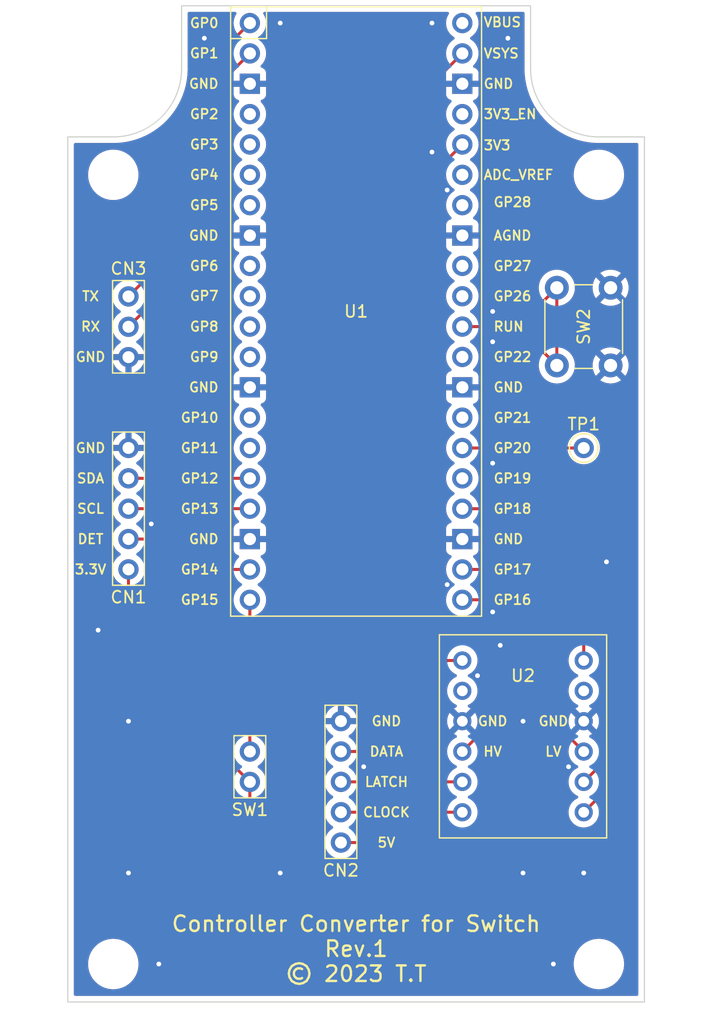
<source format=kicad_pcb>
(kicad_pcb (version 20211014) (generator pcbnew)
  (layers (0 "F.Cu" signal) (31 "B.Cu" signal) (34 "B.Paste" user) (35 "F.Paste" user) (36 "B.SilkS" user "B.Silkscreen") (37 "F.SilkS" user "F.Silkscreen") (38 "B.Mask" user) (39 "F.Mask" user) (44 "Edge.Cuts" user))
  (net 0 "")
  (net 1 "+3.3V")
  (net 2 "/I2C0_SCL")
  (net 3 "/I2C0_SDA")
  (net 4 "GND")
  (net 5 "+5V")
  (net 6 "/SNES_CLOCK")
  (net 7 "/SNES_LATCH")
  (net 8 "/SNES_DATA")
  (net 9 "/GP14")
  (net 10 "/GP15")
  (net 11 "Net-(CN3-Pad1)")
  (net 12 "Net-(CN3-Pad2)")
  (net 23 "/SPI0_RX")
  (net 24 "/SPI0_CSn")
  (net 25 "/SPI0_SCK")
  (net 27 "Net-(TP1-Pad1)")
  (net 30 "Net-(SW2-Pad1)")
  (footprint "Button_Switch_THT:SW_PUSH_6mm" (layer "F.Cu") (at 152.69 69.29 90)
    (fp_text reference "SW2" (at 3.25 2.25 90) (layer "F.SilkS"))
    (fp_text value "SW_Push")
    (fp_line (start 6.75 3) (end 6.75 1.5) (layer "F.SilkS") (width 0.12))
    (fp_line (start 1 5.5) (end 5.5 5.5) (layer "F.SilkS") (width 0.12))
    (fp_line (start 5.5 -1) (end 1 -1) (layer "F.SilkS") (width 0.12))
    (fp_line (start -0.25 1.5) (end -0.25 3) (layer "F.SilkS") (width 0.12))
    (pad "1" thru_hole circle (at 0 0 180) (size 2 2) (drill 1.1) (layers *.Cu *.Mask) (net 30 "Net-(SW2-Pad1)"))
    (pad "1" thru_hole circle (at 6.5 0 180) (size 2 2) (drill 1.1) (layers *.Cu *.Mask) (net 30 "Net-(SW2-Pad1)"))
    (pad "2" thru_hole circle (at 6.5 4.5 180) (size 2 2) (drill 1.1) (layers *.Cu *.Mask) (net 4 "GND"))
    (pad "2" thru_hole circle (at 0 4.5 180) (size 2 2) (drill 1.1) (layers *.Cu *.Mask) (net 4 "GND"))
  )
  (footprint "Library:PinHeader_1x05_P2.54mm_Vertical" (layer "F.Cu") (at 134.62 109.215 180)
    (fp_text reference "CN2" (at 0 -2.33 180) (layer "F.SilkS"))
    (fp_text value "Conn_01x05")
    (fp_line (start -1.33 11.49) (end 1.33 11.49) (layer "F.SilkS") (width 0.12))
    (fp_line (start 1.33 -1.33) (end 1.33 11.49) (layer "F.SilkS") (width 0.12))
    (fp_line (start -1.33 -1.33) (end 1.33 -1.33) (layer "F.SilkS") (width 0.12))
    (fp_line (start -1.33 -1.33) (end -1.33 11.49) (layer "F.SilkS") (width 0.12))
    (pad "1" thru_hole oval (at 0 0 180) (size 1.7 1.7) (drill 1) (layers *.Cu *.Mask) (net 5 "+5V"))
    (pad "2" thru_hole oval (at 0 2.54 180) (size 1.7 1.7) (drill 1) (layers *.Cu *.Mask) (net 6 "/SNES_CLOCK"))
    (pad "3" thru_hole oval (at 0 5.08 180) (size 1.7 1.7) (drill 1) (layers *.Cu *.Mask) (net 7 "/SNES_LATCH"))
    (pad "4" thru_hole oval (at 0 7.62 180) (size 1.7 1.7) (drill 1) (layers *.Cu *.Mask) (net 8 "/SNES_DATA"))
    (pad "5" thru_hole oval (at 0 10.16 180) (size 1.7 1.7) (drill 1) (layers *.Cu *.Mask) (net 4 "GND"))
  )
  (footprint "Library:TestPoint_THTPad_D1.7mm_Drill1.0mm" (layer "F.Cu") (at 154.94 76.2)
    (fp_text reference "TP1" (at 0 -1.998) (layer "F.SilkS"))
    (fp_text value "TestPoint")
    (fp_circle (center 0 0) (end 0 1.2) (layer "F.SilkS") (width 0.12) (fill none))
    (pad "1" thru_hole circle (at 0 0) (size 1.7 1.7) (drill 1) (layers *.Cu *.Mask) (net 27 "Net-(TP1-Pad1)"))
  )
  (footprint "MountingHole:MountingHole_3.2mm_M3" (layer "F.Cu") (at 156.21 53.34)
    (fp_text reference "REF**" hide)
    (fp_text value "MountingHole_3.2mm_M3")
    (pad "" np_thru_hole circle (at 0 0) (size 3.2 3.2) (drill 3.2) (layers F&B.Cu *.Mask))
  )
  (footprint "Library:PinHeader_1x05_P2.54mm_Vertical" (layer "F.Cu") (at 116.84 86.355 180)
    (fp_text reference "CN1" (at 0 -2.33 180) (layer "F.SilkS"))
    (fp_text value "Conn_01x05")
    (fp_line (start -1.33 -1.33) (end -1.33 11.49) (layer "F.SilkS") (width 0.12))
    (fp_line (start -1.33 11.49) (end 1.33 11.49) (layer "F.SilkS") (width 0.12))
    (fp_line (start 1.33 -1.33) (end 1.33 11.49) (layer "F.SilkS") (width 0.12))
    (fp_line (start -1.33 -1.33) (end 1.33 -1.33) (layer "F.SilkS") (width 0.12))
    (pad "1" thru_hole oval (at 0 0 180) (size 1.7 1.7) (drill 1) (layers *.Cu *.Mask) (net 1 "+3.3V"))
    (pad "2" thru_hole oval (at 0 2.54 180) (size 1.7 1.7) (drill 1) (layers *.Cu *.Mask) (net 9 "/GP14"))
    (pad "3" thru_hole oval (at 0 5.08 180) (size 1.7 1.7) (drill 1) (layers *.Cu *.Mask) (net 2 "/I2C0_SCL"))
    (pad "4" thru_hole oval (at 0 7.62 180) (size 1.7 1.7) (drill 1) (layers *.Cu *.Mask) (net 3 "/I2C0_SDA"))
    (pad "5" thru_hole oval (at 0 10.16 180) (size 1.7 1.7) (drill 1) (layers *.Cu *.Mask) (net 4 "GND"))
  )
  (footprint "Library:RPi_Pico_SMD_TH" (layer "F.Cu") (at 135.89 64.77)
    (fp_text reference "U1" (at 0 0) (layer "F.SilkS"))
    (fp_text value "Raspberry Pi Pico")
    (fp_text user "GP15" (at -11.43 24.13) (layer "F.SilkS") (effects (font (size 0.8 0.8)) (justify right)))
    (fp_text user "GP0" (at -11.43 -24.13) (layer "F.SilkS") (effects (font (size 0.8 0.8)) (justify right)))
    (fp_text user "GND" (at -11.43 19.05) (layer "F.SilkS") (effects (font (size 0.8 0.8)) (justify right)))
    (fp_text user "GP1" (at -11.43 -21.6) (layer "F.SilkS") (effects (font (size 0.8 0.8)) (justify right)))
    (fp_text user "GP6" (at -11.43 -3.81) (layer "F.SilkS") (effects (font (size 0.8 0.8)) (justify right)))
    (fp_text user "GP3" (at -11.43 -13.97) (layer "F.SilkS") (effects (font (size 0.8 0.8)) (justify right)))
    (fp_text user "AGND" (at 11.43 -6.35) (layer "F.SilkS") (effects (font (size 0.8 0.8)) (justify left)))
    (fp_text user "GP9" (at -11.43 3.81) (layer "F.SilkS") (effects (font (size 0.8 0.8)) (justify right)))
    (fp_text user "GP11" (at -11.43 11.43) (layer "F.SilkS") (effects (font (size 0.8 0.8)) (justify right)))
    (fp_text user "GND" (at -11.43 6.35) (layer "F.SilkS") (effects (font (size 0.8 0.8)) (justify right)))
    (fp_text user "GP19" (at 11.43 13.97) (layer "F.SilkS") (effects (font (size 0.8 0.8)) (justify left)))
    (fp_text user "GP16" (at 11.43 24.13) (layer "F.SilkS") (effects (font (size 0.8 0.8)) (justify left)))
    (fp_text user "GND" (at -11.43 -19.05) (layer "F.SilkS") (effects (font (size 0.8 0.8)) (justify right)))
    (fp_text user "GP28" (at 11.43 -9.144) (layer "F.SilkS") (effects (font (size 0.8 0.8)) (justify left)))
    (fp_text user "GP27" (at 11.43 -3.8) (layer "F.SilkS") (effects (font (size 0.8 0.8)) (justify left)))
    (fp_text user "GP21" (at 11.43 8.9) (layer "F.SilkS") (effects (font (size 0.8 0.8)) (justify left)))
    (fp_text user "GP20" (at 11.43 11.43) (layer "F.SilkS") (effects (font (size 0.8 0.8)) (justify left)))
    (fp_text user "GP2" (at -11.43 -16.51) (layer "F.SilkS") (effects (font (size 0.8 0.8)) (justify right)))
    (fp_text user "GP8" (at -11.43 1.27) (layer "F.SilkS") (effects (font (size 0.8 0.8)) (justify right)))
    (fp_text user "GP17" (at 11.43 21.59) (layer "F.SilkS") (effects (font (size 0.8 0.8)) (justify left)))
    (fp_text user "ADC_VREF" (at 10.6 -11.43) (layer "F.SilkS") (effects (font (size 0.8 0.8)) (justify left)))
    (fp_text user "GP5" (at -11.43 -8.89) (layer "F.SilkS") (effects (font (size 0.8 0.8)) (justify right)))
    (fp_text user "VSYS" (at 10.6 -21.59) (layer "F.SilkS") (effects (font (size 0.8 0.8)) (justify left)))
    (fp_text user "GP13" (at -11.43 16.51) (layer "F.SilkS") (effects (font (size 0.8 0.8)) (justify right)))
    (fp_text user "GND" (at -11.43 -6.35) (layer "F.SilkS") (effects (font (size 0.8 0.8)) (justify right)))
    (fp_text user "GP18" (at 11.43 16.51) (layer "F.SilkS") (effects (font (size 0.8 0.8)) (justify left)))
    (fp_text user "GND" (at 11.43 6.35) (layer "F.SilkS") (effects (font (size 0.8 0.8)) (justify left)))
    (fp_text user "RUN" (at 11.43 1.27) (layer "F.SilkS") (effects (font (size 0.8 0.8)) (justify left)))
    (fp_text user "GND" (at 11.43 19.05) (layer "F.SilkS") (effects (font (size 0.8 0.8)) (justify left)))
    (fp_text user "GP10" (at -11.43 8.89) (layer "F.SilkS") (effects (font (size 0.8 0.8)) (justify right)))
    (fp_text user "3V3_EN" (at 10.6 -16.51) (layer "F.SilkS") (effects (font (size 0.8 0.8)) (justify left)))
    (fp_text user "3V3" (at 10.6 -13.9) (layer "F.SilkS") (effects (font (size 0.8 0.8)) (justify left)))
    (fp_text user "GND" (at 10.6 -19.05) (layer "F.SilkS") (effects (font (size 0.8 0.8)) (justify left)))
    (fp_text user "GP4" (at -11.43 -11.43) (layer "F.SilkS") (effects (font (size 0.8 0.8)) (justify right)))
    (fp_text user "VBUS" (at 10.6 -24.2) (layer "F.SilkS") (effects (font (size 0.8 0.8)) (justify left)))
    (fp_text user "GP7" (at -11.43 -1.3) (layer "F.SilkS") (effects (font (size 0.8 0.8)) (justify right)))
    (fp_text user "GP12" (at -11.43 13.97) (layer "F.SilkS") (effects (font (size 0.8 0.8)) (justify right)))
    (fp_text user "GP14" (at -11.43 21.59) (layer "F.SilkS") (effects (font (size 0.8 0.8)) (justify right)))
    (fp_text user "GP26" (at 11.43 -1.27) (layer "F.SilkS") (effects (font (size 0.8 0.8)) (justify left)))
    (fp_text user "GP22" (at 11.43 3.81) (layer "F.SilkS") (effects (font (size 0.8 0.8)) (justify left)))
    (fp_line (start 10.5 -25.5) (end 10.5 25.5) (layer "F.SilkS") (width 0.12))
    (fp_line (start -10.5 -25.5) (end -10.5 25.5) (layer "F.SilkS") (width 0.12))
    (fp_line (start 10.5 25.5) (end -10.5 25.5) (layer "F.SilkS") (width 0.12))
    (fp_line (start -7.493 -22.833) (end -7.493 -25.5) (layer "F.SilkS") (width 0.12))
    (fp_line (start -10.5 -25.5) (end 10.5 -25.5) (layer "F.SilkS") (width 0.12))
    (fp_line (start -10.5 -22.833) (end -7.493 -22.833) (layer "F.SilkS") (width 0.12))
    (pad "1" thru_hole oval (at -8.89 -24.13) (size 1.7 1.7) (drill 1.02) (layers *.Cu *.Mask) (net 11 "Net-(CN3-Pad1)"))
    (pad "2" thru_hole oval (at -8.89 -21.59) (size 1.7 1.7) (drill 1.02) (layers *.Cu *.Mask) (net 12 "Net-(CN3-Pad2)"))
    (pad "3" thru_hole rect (at -8.89 -19.05) (size 1.7 1.7) (drill 1.02) (layers *.Cu *.Mask) (net 4 "GND"))
    (pad "4" thru_hole oval (at -8.89 -16.51) (size 1.7 1.7) (drill 1.02) (layers *.Cu *.Mask))
    (pad "5" thru_hole oval (at -8.89 -13.97) (size 1.7 1.7) (drill 1.02) (layers *.Cu *.Mask))
    (pad "6" thru_hole oval (at -8.89 -11.43) (size 1.7 1.7) (drill 1.02) (layers *.Cu *.Mask))
    (pad "7" thru_hole oval (at -8.89 -8.89) (size 1.7 1.7) (drill 1.02) (layers *.Cu *.Mask))
    (pad "8" thru_hole rect (at -8.89 -6.35) (size 1.7 1.7) (drill 1.02) (layers *.Cu *.Mask) (net 4 "GND"))
    (pad "9" thru_hole oval (at -8.89 -3.81) (size 1.7 1.7) (drill 1.02) (layers *.Cu *.Mask))
    (pad "10" thru_hole oval (at -8.89 -1.27) (size 1.7 1.7) (drill 1.02) (layers *.Cu *.Mask))
    (pad "11" thru_hole oval (at -8.89 1.27) (size 1.7 1.7) (drill 1.02) (layers *.Cu *.Mask))
    (pad "12" thru_hole oval (at -8.89 3.81) (size 1.7 1.7) (drill 1.02) (layers *.Cu *.Mask))
    (pad "13" thru_hole rect (at -8.89 6.35) (size 1.7 1.7) (drill 1.02) (layers *.Cu *.Mask) (net 4 "GND"))
    (pad "14" thru_hole oval (at -8.89 8.89) (size 1.7 1.7) (drill 1.02) (layers *.Cu *.Mask))
    (pad "15" thru_hole oval (at -8.89 11.43) (size 1.7 1.7) (drill 1.02) (layers *.Cu *.Mask))
    (pad "16" thru_hole oval (at -8.89 13.97) (size 1.7 1.7) (drill 1.02) (layers *.Cu *.Mask) (net 3 "/I2C0_SDA"))
    (pad "17" thru_hole oval (at -8.89 16.51) (size 1.7 1.7) (drill 1.02) (layers *.Cu *.Mask) (net 2 "/I2C0_SCL"))
    (pad "18" thru_hole rect (at -8.89 19.05) (size 1.7 1.7) (drill 1.02) (layers *.Cu *.Mask) (net 4 "GND"))
    (pad "19" thru_hole oval (at -8.89 21.59) (size 1.7 1.7) (drill 1.02) (layers *.Cu *.Mask) (net 9 "/GP14"))
    (pad "20" thru_hole oval (at -8.89 24.13) (size 1.7 1.7) (drill 1.02) (layers *.Cu *.Mask) (net 10 "/GP15"))
    (pad "21" thru_hole oval (at 8.89 24.13) (size 1.7 1.7) (drill 1.02) (layers *.Cu *.Mask) (net 23 "/SPI0_RX"))
    (pad "22" thru_hole oval (at 8.89 21.59) (size 1.7 1.7) (drill 1.02) (layers *.Cu *.Mask) (net 24 "/SPI0_CSn"))
    (pad "23" thru_hole rect (at 8.89 19.05) (size 1.7 1.7) (drill 1.02) (layers *.Cu *.Mask) (net 4 "GND"))
    (pad "24" thru_hole oval (at 8.89 16.51) (size 1.7 1.7) (drill 1.02) (layers *.Cu *.Mask) (net 25 "/SPI0_SCK"))
    (pad "25" thru_hole oval (at 8.89 13.97) (size 1.7 1.7) (drill 1.02) (layers *.Cu *.Mask))
    (pad "26" thru_hole oval (at 8.89 11.43) (size 1.7 1.7) (drill 1.02) (layers *.Cu *.Mask) (net 27 "Net-(TP1-Pad1)"))
    (pad "27" thru_hole oval (at 8.89 8.89) (size 1.7 1.7) (drill 1.02) (layers *.Cu *.Mask))
    (pad "28" thru_hole rect (at 8.89 6.35) (size 1.7 1.7) (drill 1.02) (layers *.Cu *.Mask) (net 4 "GND"))
    (pad "29" thru_hole oval (at 8.89 3.81) (size 1.7 1.7) (drill 1.02) (layers *.Cu *.Mask))
    (pad "30" thru_hole oval (at 8.89 1.27) (size 1.7 1.7) (drill 1.02) (layers *.Cu *.Mask) (net 30 "Net-(SW2-Pad1)"))
    (pad "31" thru_hole oval (at 8.89 -1.27) (size 1.7 1.7) (drill 1.02) (layers *.Cu *.Mask))
    (pad "32" thru_hole oval (at 8.89 -3.81) (size 1.7 1.7) (drill 1.02) (layers *.Cu *.Mask))
    (pad "33" thru_hole rect (at 8.89 -6.35) (size 1.7 1.7) (drill 1.02) (layers *.Cu *.Mask) (net 4 "GND"))
    (pad "34" thru_hole oval (at 8.89 -8.89) (size 1.7 1.7) (drill 1.02) (layers *.Cu *.Mask))
    (pad "35" thru_hole oval (at 8.89 -11.43) (size 1.7 1.7) (drill 1.02) (layers *.Cu *.Mask))
    (pad "36" thru_hole oval (at 8.89 -13.97) (size 1.7 1.7) (drill 1.02) (layers *.Cu *.Mask) (net 1 "+3.3V"))
    (pad "37" thru_hole oval (at 8.89 -16.51) (size 1.7 1.7) (drill 1.02) (layers *.Cu *.Mask))
    (pad "38" thru_hole rect (at 8.89 -19.05) (size 1.7 1.7) (drill 1.02) (layers *.Cu *.Mask) (net 4 "GND"))
    (pad "39" thru_hole oval (at 8.89 -21.59) (size 1.7 1.7) (drill 1.02) (layers *.Cu *.Mask) (net 5 "+5V"))
    (pad "40" thru_hole oval (at 8.89 -24.13) (size 1.7 1.7) (drill 1.02) (layers *.Cu *.Mask))
  )
  (footprint "MountingHole:MountingHole_3.2mm_M3" (layer "F.Cu") (at 115.57 119.38)
    (fp_text reference "REF**" hide)
    (fp_text value "MountingHole_3.2mm_M3")
    (pad "" np_thru_hole circle (at 0 0) (size 3.2 3.2) (drill 3.2) (layers F&B.Cu *.Mask))
  )
  (footprint "MountingHole:MountingHole_3.2mm_M3" (layer "F.Cu") (at 156.21 119.38)
    (fp_text reference "REF**" hide)
    (fp_text value "MountingHole_3.2mm_M3")
    (pad "" np_thru_hole circle (at 0 0) (size 3.2 3.2) (drill 3.2) (layers F&B.Cu *.Mask))
  )
  (footprint "Library:PinHeader_1x03_P2.54mm_Vertical" (layer "F.Cu") (at 116.84 63.515)
    (fp_text reference "CN3" (at 0 -2.33) (layer "F.SilkS"))
    (fp_text value "Conn_01x03")
    (fp_line (start -1.33 -1.33) (end -1.33 6.41) (layer "F.SilkS") (width 0.12))
    (fp_line (start -1.33 6.41) (end 1.33 6.41) (layer "F.SilkS") (width 0.12))
    (fp_line (start -1.33 -1.33) (end 1.33 -1.33) (layer "F.SilkS") (width 0.12))
    (fp_line (start 1.33 -1.33) (end 1.33 6.41) (layer "F.SilkS") (width 0.12))
    (pad "1" thru_hole oval (at 0 0) (size 1.7 1.7) (drill 1) (layers *.Cu *.Mask) (net 11 "Net-(CN3-Pad1)"))
    (pad "2" thru_hole oval (at 0 2.54) (size 1.7 1.7) (drill 1) (layers *.Cu *.Mask) (net 12 "Net-(CN3-Pad2)"))
    (pad "3" thru_hole oval (at 0 5.08) (size 1.7 1.7) (drill 1) (layers *.Cu *.Mask) (net 4 "GND"))
  )
  (footprint "MountingHole:MountingHole_3.2mm_M3" (layer "F.Cu") (at 115.57 53.34)
    (fp_text reference "REF**" hide)
    (fp_text value "MountingHole_3.2mm_M3")
    (pad "" np_thru_hole circle (at 0 0) (size 3.2 3.2) (drill 3.2) (layers *.Cu *.Mask))
  )
  (footprint "Library:PinHeader_1x02_P2.54mm_Vertical" (layer "F.Cu") (at 127 104.14 180)
    (fp_text reference "SW1" (at 0 -2.33) (layer "F.SilkS"))
    (fp_text value "SW_SPST")
    (fp_line (start -1.33 3.87) (end 1.33 3.87) (layer "F.SilkS") (width 0.12))
    (fp_line (start -1.33 -1.33) (end 1.33 -1.33) (layer "F.SilkS") (width 0.12))
    (fp_line (start -1.33 -1.33) (end -1.33 3.87) (layer "F.SilkS") (width 0.12))
    (fp_line (start 1.33 -1.33) (end 1.33 3.87) (layer "F.SilkS") (width 0.12))
    (pad "1" thru_hole oval (at 0 0 180) (size 1.7 1.7) (drill 1) (layers *.Cu *.Mask) (net 1 "+3.3V"))
    (pad "2" thru_hole oval (at 0 2.54 180) (size 1.7 1.7) (drill 1) (layers *.Cu *.Mask) (net 10 "/GP15"))
  )
  (footprint "Library:AE-LCNV4-MOSFET" (layer "F.Cu") (at 149.86 100.33)
    (fp_text reference "U2" (at 0 -5.08 unlocked) (layer "F.SilkS"))
    (fp_text value "AE-LCNV4-MOSFET")
    (fp_text user "HV" (at -2.54 1.27 unlocked) (layer "F.SilkS") (effects (font (size 0.8 0.8))))
    (fp_text user "LV" (at 2.54 1.27 unlocked) (layer "F.SilkS") (effects (font (size 0.8 0.8))))
    (fp_text user "GND" (at -2.54 -1.27 unlocked) (layer "F.SilkS") (effects (font (size 0.8 0.8))))
    (fp_text user "GND" (at 2.54 -1.27 unlocked) (layer "F.SilkS") (effects (font (size 0.8 0.8))))
    (fp_rect (start -7 -8.5) (end 7 8.5) (layer "F.SilkS") (width 0.12) (fill none))
    (pad "1" thru_hole circle (at -5.08 -6.35) (size 1.524 1.524) (drill 0.9) (layers *.Cu *.Mask) (net 8 "/SNES_DATA"))
    (pad "2" thru_hole circle (at -5.08 -3.81) (size 1.524 1.524) (drill 0.9) (layers *.Cu *.Mask))
    (pad "3" thru_hole circle (at -5.08 -1.27) (size 1.524 1.524) (drill 0.9) (layers *.Cu *.Mask) (net 4 "GND"))
    (pad "4" thru_hole circle (at -5.08 1.27) (size 1.524 1.524) (drill 0.9) (layers *.Cu *.Mask) (net 5 "+5V"))
    (pad "5" thru_hole circle (at -5.08 3.81) (size 1.524 1.524) (drill 0.9) (layers *.Cu *.Mask) (net 7 "/SNES_LATCH"))
    (pad "6" thru_hole circle (at -5.08 6.35) (size 1.524 1.524) (drill 0.9) (layers *.Cu *.Mask) (net 6 "/SNES_CLOCK"))
    (pad "7" thru_hole circle (at 5.08 6.35) (size 1.524 1.524) (drill 0.9) (layers *.Cu *.Mask) (net 25 "/SPI0_SCK"))
    (pad "8" thru_hole circle (at 5.08 3.81) (size 1.524 1.524) (drill 0.9) (layers *.Cu *.Mask) (net 24 "/SPI0_CSn"))
    (pad "9" thru_hole circle (at 5.08 1.27) (size 1.524 1.524) (drill 0.9) (layers *.Cu *.Mask) (net 1 "+3.3V"))
    (pad "10" thru_hole circle (at 5.08 -1.27) (size 1.524 1.524) (drill 0.9) (layers *.Cu *.Mask) (net 4 "GND"))
    (pad "11" thru_hole circle (at 5.08 -3.81) (size 1.524 1.524) (drill 0.9) (layers *.Cu *.Mask))
    (pad "12" thru_hole circle (at 5.08 -6.35) (size 1.524 1.524) (drill 0.9) (layers *.Cu *.Mask) (net 23 "/SPI0_RX"))
  )
  (gr_line (start 150.495 44.45) (end 150.495 39.1922) (layer "Edge.Cuts") (width 0.1))
  (gr_line (start 111.76 122.555) (end 160.02 122.555) (layer "Edge.Cuts") (width 0.1))
  (gr_line (start 160.02 122.555) (end 160.02 50.165) (layer "Edge.Cuts") (width 0.1))
  (gr_line (start 115.57 50.165) (end 111.76 50.165) (layer "Edge.Cuts") (width 0.1))
  (gr_arc (start 121.285 44.45) (mid 119.611115 48.491115) (end 115.57 50.165) (layer "Edge.Cuts") (width 0.1))
  (gr_line (start 111.76 50.165) (end 111.76 122.555) (layer "Edge.Cuts") (width 0.1))
  (gr_arc (start 156.21 50.165) (mid 152.168885 48.491115) (end 150.495 44.45) (layer "Edge.Cuts") (width 0.1))
  (gr_line (start 121.285 39.1922) (end 121.285 44.45) (layer "Edge.Cuts") (width 0.1))
  (gr_line (start 150.495 39.1922) (end 121.285 39.1922) (layer "Edge.Cuts") (width 0.1))
  (gr_line (start 160.02 50.165) (end 156.21 50.165) (layer "Edge.Cuts") (width 0.1))
  (gr_text "DET" (at 113.665 83.82) (layer "F.SilkS") (effects (font (size 0.8 0.8))))
  (gr_text "TX" (at 113.665 63.5) (layer "F.SilkS") (effects (font (size 0.8 0.8))))
  (gr_text "Controller Converter for Switch\nRev.1\n© 2023 T.T" (at 135.89 118.11) (layer "F.SilkS") (effects (font (size 1.3 1.3) (thickness 0.2))))
  (gr_text "RX" (at 113.665 66.04) (layer "F.SilkS") (effects (font (size 0.8 0.8))))
  (gr_text "5V" (at 138.43 109.22) (layer "F.SilkS") (effects (font (size 0.8 0.8))))
  (gr_text "GND" (at 113.665 76.2) (layer "F.SilkS") (effects (font (size 0.8 0.8))))
  (gr_text "LATCH" (at 138.43 104.14) (layer "F.SilkS") (effects (font (size 0.8 0.8))))
  (gr_text "SDA" (at 113.665 78.74) (layer "F.SilkS") (effects (font (size 0.8 0.8))))
  (gr_text "3.3V" (at 113.665 86.36) (layer "F.SilkS") (effects (font (size 0.8 0.8))))
  (gr_text "GND" (at 138.43 99.06) (layer "F.SilkS") (effects (font (size 0.8 0.8))))
  (gr_text "DATA" (at 138.43 101.6) (layer "F.SilkS") (effects (font (size 0.8 0.8))))
  (gr_text "CLOCK" (at 138.43 106.68) (layer "F.SilkS") (effects (font (size 0.8 0.8))))
  (gr_text "SCL" (at 113.665 81.28) (layer "F.SilkS") (effects (font (size 0.8 0.8))))
  (gr_text "GND" (at 113.665 68.58) (layer "F.SilkS") (effects (font (size 0.8 0.8))))
  (segment (start 151.13 90.805) (end 152.4 92.075) (width 0.25) (layer "F.Cu") (net 1))
  (segment (start 144.78 50.8) (end 142.24 53.34) (width 0.25) (layer "F.Cu") (net 1))
  (segment (start 129.54 114.3) (end 127 111.76) (width 0.25) (layer "F.Cu") (net 1))
  (segment (start 116.84 93.98) (end 116.84 86.355) (width 0.25) (layer "F.Cu") (net 1))
  (segment (start 127 111.76) (end 127 104.14) (width 0.25) (layer "F.Cu") (net 1))
  (segment (start 142.24 88.9) (end 144.145 90.805) (width 0.25) (layer "F.Cu") (net 1))
  (segment (start 152.4 111.76) (end 149.86 114.3) (width 0.25) (layer "F.Cu") (net 1))
  (segment (start 144.145 90.805) (end 151.13 90.805) (width 0.25) (layer "F.Cu") (net 1))
  (segment (start 152.4 92.075) (end 152.4 111.76) (width 0.25) (layer "F.Cu") (net 1))
  (segment (start 127 104.14) (end 116.84 93.98) (width 0.25) (layer "F.Cu") (net 1))
  (segment (start 142.24 53.34) (end 142.24 88.9) (width 0.25) (layer "F.Cu") (net 1))
  (segment (start 149.86 114.3) (end 129.54 114.3) (width 0.25) (layer "F.Cu") (net 1))
  (segment (start 154.94 101.6) (end 152.4 99.06) (width 0.25) (layer "F.Cu") (net 1))
  (segment (start 126.995 81.275) (end 127 81.28) (width 0.25) (layer "F.Cu") (net 2))
  (segment (start 116.84 81.275) (end 126.995 81.275) (width 0.25) (layer "F.Cu") (net 2))
  (segment (start 126.995 78.735) (end 127 78.74) (width 0.25) (layer "F.Cu") (net 3))
  (segment (start 116.84 78.735) (end 126.995 78.735) (width 0.25) (layer "F.Cu") (net 3))
  (via (at 147.32 64.77) (size 0.8) (drill 0.4) (layers "F.Cu" "B.Cu") (net 4))
  (via (at 149.86 99.06) (size 0.8) (drill 0.4) (layers "F.Cu" "B.Cu") (net 4))
  (via (at 143.51 54.61) (size 0.8) (drill 0.4) (layers "F.Cu" "B.Cu") (net 4))
  (via (at 129.54 40.64) (size 0.8) (drill 0.4) (layers "F.Cu" "B.Cu") (net 4))
  (via (at 154.94 111.76) (size 0.8) (drill 0.4) (layers "F.Cu" "B.Cu") (net 4))
  (via (at 147.32 89.916) (size 0.8) (drill 0.4) (layers "F.Cu" "B.Cu") (net 4))
  (via (at 147.955 92.71) (size 0.8) (drill 0.4) (layers "F.Cu" "B.Cu") (net 4))
  (via (at 143.51 87.63) (size 0.8) (drill 0.4) (layers "F.Cu" "B.Cu") (net 4))
  (via (at 116.84 111.76) (size 0.8) (drill 0.4) (layers "F.Cu" "B.Cu") (net 4))
  (via (at 149.86 111.76) (size 0.8) (drill 0.4) (layers "F.Cu" "B.Cu") (net 4))
  (via (at 129.54 111.76) (size 0.8) (drill 0.4) (layers "F.Cu" "B.Cu") (net 4))
  (via (at 116.84 99.06) (size 0.8) (drill 0.4) (layers "F.Cu" "B.Cu") (net 4))
  (via (at 118.745 82.55) (size 0.8) (drill 0.4) (layers "F.Cu" "B.Cu") (net 4))
  (via (at 114.3 91.44) (size 0.8) (drill 0.4) (layers "F.Cu" "B.Cu") (net 4))
  (via (at 142.24 40.64) (size 0.8) (drill 0.4) (layers "F.Cu" "B.Cu") (net 4))
  (via (at 148.59 41.91) (size 0.8) (drill 0.4) (layers "F.Cu" "B.Cu") (net 4))
  (via (at 142.24 51.435) (size 0.8) (drill 0.4) (layers "F.Cu" "B.Cu") (net 4))
  (via (at 153.67 102.87) (size 0.8) (drill 0.4) (layers "F.Cu" "B.Cu") (net 4))
  (via (at 123.19 41.91) (size 0.8) (drill 0.4) (layers "F.Cu" "B.Cu") (net 4))
  (via (at 136.525 102.87) (size 0.8) (drill 0.4) (layers "F.Cu" "B.Cu") (net 4))
  (via (at 147.32 77.47) (size 0.8) (drill 0.4) (layers "F.Cu" "B.Cu") (net 4))
  (via (at 119.38 119.38) (size 0.8) (drill 0.4) (layers "F.Cu" "B.Cu") (net 4))
  (via (at 147.32 67.31) (size 0.8) (drill 0.4) (layers "F.Cu" "B.Cu") (net 4))
  (via (at 146.05 95.25) (size 0.8) (drill 0.4) (layers "F.Cu" "B.Cu") (net 4))
  (via (at 156.845 85.725) (size 0.8) (drill 0.4) (layers "F.Cu" "B.Cu") (net 4))
  (via (at 152.4 119.38) (size 0.8) (drill 0.4) (layers "F.Cu" "B.Cu") (net 4))
  (segment (start 144.78 101.6) (end 147.32 99.06) (width 0.25) (layer "F.Cu") (net 5))
  (segment (start 145.415 92.075) (end 147.32 93.98) (width 0.25) (layer "F.Cu") (net 5))
  (segment (start 146.05 109.22) (end 147.32 107.95) (width 0.25) (layer "F.Cu") (net 5))
  (segment (start 134.62 109.215) (end 146.045 109.215) (width 0.25) (layer "F.Cu") (net 5))
  (segment (start 142.24 92.075) (end 140.97 90.805) (width 0.25) (layer "F.Cu") (net 5))
  (segment (start 147.32 93.98) (end 147.32 107.95) (width 0.25) (layer "F.Cu") (net 5))
  (segment (start 140.97 90.805) (end 140.97 46.99) (width 0.25) (layer "F.Cu") (net 5))
  (segment (start 146.045 109.215) (end 146.05 109.22) (width 0.25) (layer "F.Cu") (net 5))
  (segment (start 145.415 92.075) (end 142.24 92.075) (width 0.25) (layer "F.Cu") (net 5))
  (segment (start 144.78 43.18) (end 140.97 46.99) (width 0.25) (layer "F.Cu") (net 5))
  (segment (start 144.775 106.675) (end 144.78 106.68) (width 0.25) (layer "F.Cu") (net 6))
  (segment (start 134.62 106.675) (end 144.775 106.675) (width 0.25) (layer "F.Cu") (net 6))
  (segment (start 144.775 104.135) (end 144.78 104.14) (width 0.25) (layer "F.Cu") (net 7))
  (segment (start 134.62 104.135) (end 144.775 104.135) (width 0.25) (layer "F.Cu") (net 7))
  (segment (start 135.885 101.595) (end 135.89 101.6) (width 0.25) (layer "F.Cu") (net 8))
  (segment (start 143.51 93.98) (end 144.78 93.98) (width 0.25) (layer "F.Cu") (net 8))
  (segment (start 134.62 101.595) (end 135.885 101.595) (width 0.25) (layer "F.Cu") (net 8))
  (segment (start 135.89 101.6) (end 143.51 93.98) (width 0.25) (layer "F.Cu") (net 8))
  (segment (start 121.915 83.815) (end 116.84 83.815) (width 0.25) (layer "F.Cu") (net 9))
  (segment (start 124.46 86.36) (end 121.915 83.815) (width 0.25) (layer "F.Cu") (net 9))
  (segment (start 127 86.36) (end 124.46 86.36) (width 0.25) (layer "F.Cu") (net 9))
  (segment (start 127 101.6) (end 127 88.9) (width 0.25) (layer "F.Cu") (net 10))
  (segment (start 123.19 44.45) (end 127 40.64) (width 0.25) (layer "F.Cu") (net 11))
  (segment (start 123.19 57.165) (end 123.19 44.45) (width 0.25) (layer "F.Cu") (net 11))
  (segment (start 116.84 63.515) (end 123.19 57.165) (width 0.25) (layer "F.Cu") (net 11))
  (segment (start 124.46 58.435) (end 116.84 66.055) (width 0.25) (layer "F.Cu") (net 12))
  (segment (start 127 43.18) (end 124.46 45.72) (width 0.25) (layer "F.Cu") (net 12))
  (segment (start 124.46 45.72) (end 124.46 58.435) (width 0.25) (layer "F.Cu") (net 12))
  (segment (start 154.94 90.17) (end 154.94 93.98) (width 0.25) (layer "F.Cu") (net 23))
  (segment (start 144.78 88.9) (end 153.67 88.9) (width 0.25) (layer "F.Cu") (net 23))
  (segment (start 153.67 88.9) (end 154.94 90.17) (width 0.25) (layer "F.Cu") (net 23))
  (segment (start 155.575 86.36) (end 156.845 87.63) (width 0.25) (layer "F.Cu") (net 24))
  (segment (start 156.845 87.63) (end 156.845 102.235) (width 0.25) (layer "F.Cu") (net 24))
  (segment (start 144.78 86.36) (end 155.575 86.36) (width 0.25) (layer "F.Cu") (net 24))
  (segment (start 156.845 102.235) (end 154.94 104.14) (width 0.25) (layer "F.Cu") (net 24))
  (segment (start 158.115 103.505) (end 158.115 82.55) (width 0.25) (layer "F.Cu") (net 25))
  (segment (start 144.78 81.28) (end 156.845 81.28) (width 0.25) (layer "F.Cu") (net 25))
  (segment (start 154.94 106.68) (end 158.115 103.505) (width 0.25) (layer "F.Cu") (net 25))
  (segment (start 156.845 81.28) (end 158.115 82.55) (width 0.25) (layer "F.Cu") (net 25))
  (segment (start 144.78 76.2) (end 154.94 76.2) (width 0.25) (layer "F.Cu") (net 27))
  (segment (start 149.44 66.04) (end 152.69 62.79) (width 0.25) (layer "F.Cu") (net 30))
  (segment (start 152.69 69.29) (end 149.44 66.04) (width 0.25) (layer "F.Cu") (net 30))
  (segment (start 152.69 62.79) (end 152.69 69.29) (width 0.25) (layer "F.Cu") (net 30))
  (segment (start 144.78 66.04) (end 149.44 66.04) (width 0.25) (layer "F.Cu") (net 30))
  (zone (net 4) (net_name "GND") (layers F&B.Cu) (connect_pads (clearance 0.508)) (min_thickness 0.254) (fill yes (thermal_gap 0.508) (thermal_bridge_width 0.508))
    (polygon (pts (xy 160.02 122.555) (xy 111.76 122.555) (xy 111.76 39.1922) (xy 160.02 39.1922)))
  )
)
</source>
